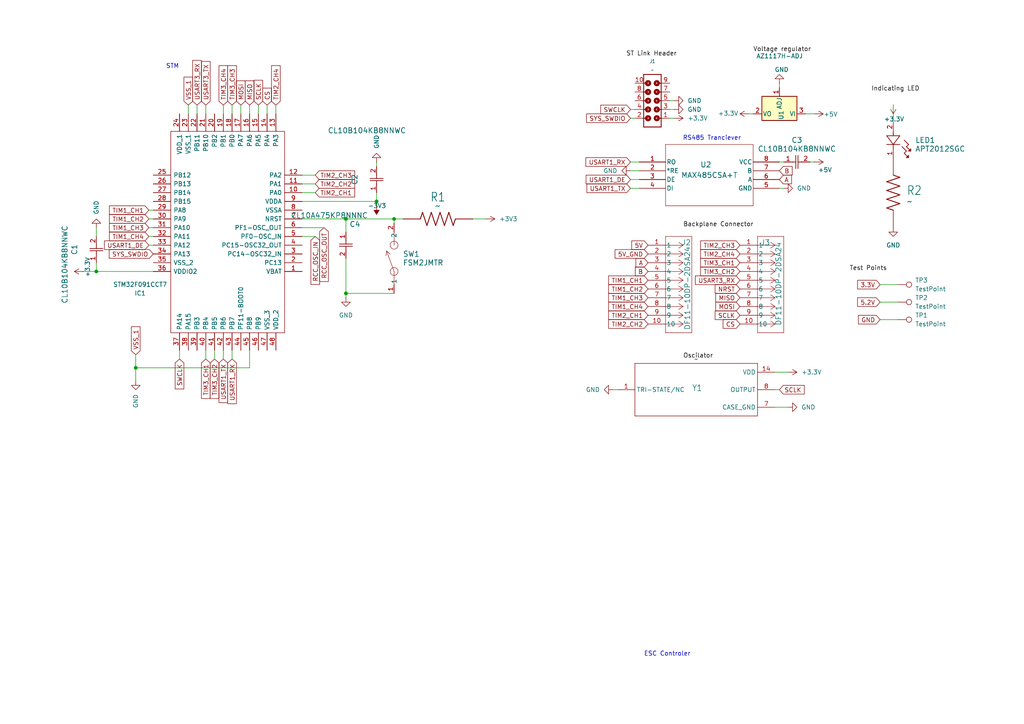
<source format=kicad_sch>
(kicad_sch (version 20231120) (generator "eeschema") (generator_version "8.0")
  (paper "A4")
  (lib_symbols
    (symbol "2024-10-12_13-00-01:DF11-10DP-2DSA24" (pin_names (offset 0.254))
      (property "Reference" "J" (at 8.89 6.35 0))
      (property "Value" "DF11-10DP-2DSA24" (at 0 0 0))
      (symbol "DF11-10DP-2DSA24_0_1"
        (polyline (pts (xy 5.08 -25.4) (xy 12.7 -25.4)) (stroke (width 0.127)))
        (polyline (pts (xy 5.08 2.54) (xy 5.08 -25.4)) (stroke (width 0.127)))
        (polyline (pts (xy 10.16 -22.86) (xy 5.08 -22.86)) (stroke (width 0.127)))
        (polyline (pts (xy 10.16 -22.86) (xy 8.89 -23.7067)) (stroke (width 0.127)))
        (polyline (pts (xy 10.16 -22.86) (xy 8.89 -22.0133)) (stroke (width 0.127)))
        (polyline (pts (xy 10.16 -20.32) (xy 5.08 -20.32)) (stroke (width 0.127)))
        (polyline (pts (xy 10.16 -20.32) (xy 8.89 -21.1667)) (stroke (width 0.127)))
        (polyline (pts (xy 10.16 -20.32) (xy 8.89 -19.4733)) (stroke (width 0.127)))
        (polyline (pts (xy 10.16 -17.78) (xy 5.08 -17.78)) (stroke (width 0.127)))
        (polyline (pts (xy 10.16 -17.78) (xy 8.89 -18.6267)) (stroke (width 0.127)))
        (polyline (pts (xy 10.16 -17.78) (xy 8.89 -16.9333)) (stroke (width 0.127)))
        (polyline (pts (xy 10.16 -15.24) (xy 5.08 -15.24)) (stroke (width 0.127)))
        (polyline (pts (xy 10.16 -15.24) (xy 8.89 -16.0867)) (stroke (width 0.127)))
        (polyline (pts (xy 10.16 -15.24) (xy 8.89 -14.3933)) (stroke (width 0.127)))
        (polyline (pts (xy 10.16 -12.7) (xy 5.08 -12.7)) (stroke (width 0.127)))
        (polyline (pts (xy 10.16 -12.7) (xy 8.89 -13.5467)) (stroke (width 0.127)))
        (polyline (pts (xy 10.16 -12.7) (xy 8.89 -11.8533)) (stroke (width 0.127)))
        (polyline (pts (xy 10.16 -10.16) (xy 5.08 -10.16)) (stroke (width 0.127)))
        (polyline (pts (xy 10.16 -10.16) (xy 8.89 -11.0067)) (stroke (width 0.127)))
        (polyline (pts (xy 10.16 -10.16) (xy 8.89 -9.3133)) (stroke (width 0.127)))
        (polyline (pts (xy 10.16 -7.62) (xy 5.08 -7.62)) (stroke (width 0.127)))
        (polyline (pts (xy 10.16 -7.62) (xy 8.89 -8.4667)) (stroke (width 0.127)))
        (polyline (pts (xy 10.16 -7.62) (xy 8.89 -6.7733)) (stroke (width 0.127)))
        (polyline (pts (xy 10.16 -5.08) (xy 5.08 -5.08)) (stroke (width 0.127)))
        (polyline (pts (xy 10.16 -5.08) (xy 8.89 -5.9267)) (stroke (width 0.127)))
        (polyline (pts (xy 10.16 -5.08) (xy 8.89 -4.2333)) (stroke (width 0.127)))
        (polyline (pts (xy 10.16 -2.54) (xy 5.08 -2.54)) (stroke (width 0.127)))
        (polyline (pts (xy 10.16 -2.54) (xy 8.89 -3.3867)) (stroke (width 0.127)))
        (polyline (pts (xy 10.16 -2.54) (xy 8.89 -1.6933)) (stroke (width 0.127)))
        (polyline (pts (xy 10.16 0) (xy 5.08 0)) (stroke (width 0.127)))
        (polyline (pts (xy 10.16 0) (xy 8.89 -0.8467)) (stroke (width 0.127)))
        (polyline (pts (xy 10.16 0) (xy 8.89 0.8467)) (stroke (width 0.127)))
        (polyline (pts (xy 12.7 -25.4) (xy 12.7 2.54)) (stroke (width 0.127)))
        (polyline (pts (xy 12.7 2.54) (xy 5.08 2.54)) (stroke (width 0.127)))
        (pin unspecified line (at 0 0 0) (length 5.08) (name "1") (number "1"))
        (pin unspecified line (at 0 -22.86 0) (length 5.08) (name "10") (number "10"))
        (pin unspecified line (at 0 -2.54 0) (length 5.08) (name "2") (number "2"))
        (pin unspecified line (at 0 -5.08 0) (length 5.08) (name "3") (number "3"))
        (pin unspecified line (at 0 -7.62 0) (length 5.08) (name "4") (number "4"))
        (pin unspecified line (at 0 -10.16 0) (length 5.08) (name "5") (number "5"))
        (pin unspecified line (at 0 -12.7 0) (length 5.08) (name "6") (number "6"))
        (pin unspecified line (at 0 -15.24 0) (length 5.08) (name "7") (number "7"))
        (pin unspecified line (at 0 -17.78 0) (length 5.08) (name "8") (number "8"))
        (pin unspecified line (at 0 -20.32 0) (length 5.08) (name "9") (number "9"))
      )
    )
    (symbol "2024-10-12_15-43-15:MAX485CSA+T" (pin_names (offset 0.254))
      (property "Reference" "U" (at 20.32 10.16 0))
      (property "Value" "MAX485CSA+T" (at 20.32 7.62 0))
      (symbol "MAX485CSA+T_0_1"
        (polyline (pts (xy 7.62 -12.7) (xy 33.02 -12.7)) (stroke (width 0.127)))
        (polyline (pts (xy 7.62 5.08) (xy 7.62 -12.7)) (stroke (width 0.127)))
        (polyline (pts (xy 33.02 -12.7) (xy 33.02 5.08)) (stroke (width 0.127)))
        (polyline (pts (xy 33.02 5.08) (xy 7.62 5.08)) (stroke (width 0.127)))
        (pin output line (at 0 0 0) (length 7.62) (name "RO") (number "1"))
        (pin output line (at 0 -2.54 0) (length 7.62) (name "*RE") (number "2"))
        (pin output line (at 0 -5.08 0) (length 7.62) (name "DE") (number "3"))
        (pin input line (at 0 -7.62 0) (length 7.62) (name "DI") (number "4"))
        (pin power_out line (at 40.64 -7.62 180) (length 7.62) (name "GND") (number "5"))
        (pin unspecified line (at 40.64 -5.08 180) (length 7.62) (name "A") (number "6"))
        (pin unspecified line (at 40.64 -2.54 180) (length 7.62) (name "B") (number "7"))
        (pin power_in line (at 40.64 0 180) (length 7.62) (name "VCC") (number "8"))
      )
    )
    (symbol "2024-10-16_23-50-01:CL10B104KB8NNWC" (pin_names (offset 0.254))
      (property "Reference" "C" (at 3.81 3.81 0))
      (property "Value" "CL10B104KB8NNWC" (at 3.81 -3.81 0))
      (symbol "CL10B104KB8NNWC_1_1"
        (polyline (pts (xy 2.54 0) (xy 3.4798 0)) (stroke (width 0.2032)))
        (polyline (pts (xy 3.4798 -1.905) (xy 3.4798 1.905)) (stroke (width 0.2032)))
        (polyline (pts (xy 4.1148 -1.905) (xy 4.1148 1.905)) (stroke (width 0.2032)))
        (polyline (pts (xy 4.1148 0) (xy 5.08 0)) (stroke (width 0.2032)))
        (pin unspecified line (at 0 0 0) (length 2.54) (name "") (number "1"))
        (pin unspecified line (at 7.62 0 180) (length 2.54) (name "") (number "2"))
      )
      (symbol "CL10B104KB8NNWC_1_2"
        (polyline (pts (xy -1.905 -4.1148) (xy 1.905 -4.1148)) (stroke (width 0.2032)))
        (polyline (pts (xy -1.905 -3.4798) (xy 1.905 -3.4798)) (stroke (width 0.2032)))
        (polyline (pts (xy 0 -4.1148) (xy 0 -5.08)) (stroke (width 0.2032)))
        (polyline (pts (xy 0 -2.54) (xy 0 -3.4798)) (stroke (width 0.2032)))
        (pin unspecified line (at 0 0 270) (length 2.54) (name "") (number "1"))
        (pin unspecified line (at 0 -7.62 90) (length 2.54) (name "") (number "2"))
      )
    )
    (symbol "2024-10-19_19-01-08:APT2012SGC" (pin_names (offset 0.254))
      (property "Reference" "LED" (at 5.08 -4.445 0))
      (property "Value" "APT2012SGC" (at 5.08 -7.62 0))
      (symbol "APT2012SGC_1_1"
        (polyline (pts (xy 2.54 0) (xy 3.4798 0)) (stroke (width 0.2032)))
        (polyline (pts (xy 3.175 0) (xy 3.81 0)) (stroke (width 0.2032)))
        (polyline (pts (xy 3.81 -1.905) (xy 6.35 0)) (stroke (width 0.2032)))
        (polyline (pts (xy 3.81 1.905) (xy 3.81 -1.905)) (stroke (width 0.2032)))
        (polyline (pts (xy 5.08 3.175) (xy 6.35 4.445)) (stroke (width 0.2032)))
        (polyline (pts (xy 6.35 -1.905) (xy 6.35 1.905)) (stroke (width 0.2032)))
        (polyline (pts (xy 6.35 0) (xy 3.81 1.905)) (stroke (width 0.2032)))
        (polyline (pts (xy 6.35 0) (xy 7.62 0)) (stroke (width 0.2032)))
        (polyline (pts (xy 6.35 4.445) (xy 6.985 3.81)) (stroke (width 0.2032)))
        (polyline (pts (xy 6.985 2.54) (xy 8.255 3.81)) (stroke (width 0.2032)))
        (polyline (pts (xy 6.985 3.81) (xy 8.255 5.08)) (stroke (width 0.2032)))
        (polyline (pts (xy 7.62 5.08) (xy 8.255 4.445)) (stroke (width 0.2032)))
        (polyline (pts (xy 8.255 3.81) (xy 8.89 3.175)) (stroke (width 0.2032)))
        (polyline (pts (xy 8.255 4.445) (xy 8.255 5.08)) (stroke (width 0.2032)))
        (polyline (pts (xy 8.255 5.08) (xy 7.62 5.08)) (stroke (width 0.2032)))
        (polyline (pts (xy 8.89 3.175) (xy 10.16 4.445)) (stroke (width 0.2032)))
        (polyline (pts (xy 9.525 4.445) (xy 10.16 3.81)) (stroke (width 0.2032)))
        (polyline (pts (xy 10.16 3.81) (xy 10.16 4.445)) (stroke (width 0.2032)))
        (polyline (pts (xy 10.16 4.445) (xy 9.525 4.445)) (stroke (width 0.2032)))
        (pin unspecified line (at 10.16 0 180) (length 2.54) (name "") (number "1"))
        (pin unspecified line (at 0 0 0) (length 2.54) (name "") (number "2"))
      )
      (symbol "APT2012SGC_1_2"
        (polyline (pts (xy -5.08 7.62) (xy -4.445 8.255)) (stroke (width 0.2032)))
        (polyline (pts (xy -5.08 8.255) (xy -5.08 7.62)) (stroke (width 0.2032)))
        (polyline (pts (xy -4.445 6.35) (xy -3.81 6.985)) (stroke (width 0.2032)))
        (polyline (pts (xy -4.445 8.255) (xy -5.08 8.255)) (stroke (width 0.2032)))
        (polyline (pts (xy -4.445 9.525) (xy -3.81 10.16)) (stroke (width 0.2032)))
        (polyline (pts (xy -4.445 10.16) (xy -4.445 9.525)) (stroke (width 0.2032)))
        (polyline (pts (xy -3.81 6.985) (xy -5.08 8.255)) (stroke (width 0.2032)))
        (polyline (pts (xy -3.81 8.255) (xy -3.175 8.89)) (stroke (width 0.2032)))
        (polyline (pts (xy -3.81 10.16) (xy -4.445 10.16)) (stroke (width 0.2032)))
        (polyline (pts (xy -3.175 5.08) (xy -4.445 6.35)) (stroke (width 0.2032)))
        (polyline (pts (xy -3.175 8.89) (xy -4.445 10.16)) (stroke (width 0.2032)))
        (polyline (pts (xy -2.54 6.985) (xy -3.81 8.255)) (stroke (width 0.2032)))
        (polyline (pts (xy -1.905 3.81) (xy 1.905 3.81)) (stroke (width 0.2032)))
        (polyline (pts (xy 0 2.54) (xy 0 3.4798)) (stroke (width 0.2032)))
        (polyline (pts (xy 0 3.175) (xy 0 3.81)) (stroke (width 0.2032)))
        (polyline (pts (xy 0 6.35) (xy -1.905 3.81)) (stroke (width 0.2032)))
        (polyline (pts (xy 0 6.35) (xy 0 7.62)) (stroke (width 0.2032)))
        (polyline (pts (xy 1.905 3.81) (xy 0 6.35)) (stroke (width 0.2032)))
        (polyline (pts (xy 1.905 6.35) (xy -1.905 6.35)) (stroke (width 0.2032)))
        (pin unspecified line (at 0 10.16 270) (length 2.54) (name "") (number "1"))
        (pin unspecified line (at 0 0 90) (length 2.54) (name "") (number "2"))
      )
    )
    (symbol "2024-10-19_19-07-35:FSM2JMTR" (pin_names (offset 0.254))
      (property "Reference" "SW" (at 10.16 5.08 0))
      (property "Value" "FSM2JMTR" (at 0 0 0))
      (symbol "FSM2JMTR_0_1"
        (polyline (pts (xy 2.54 0) (xy 6.35 0)) (stroke (width 0.127)))
        (polyline (pts (xy 6.35 0) (xy 12.3165 2.1717)) (stroke (width 0.127)))
        (polyline (pts (xy 10.9068 2.3343) (xy 12.3165 2.1717)) (stroke (width 0.127)))
        (polyline (pts (xy 11.3411 1.1405) (xy 12.3165 2.1717)) (stroke (width 0.127)))
        (polyline (pts (xy 17.78 0) (xy 13.97 0)) (stroke (width 0.127)))
        (circle (center 6.35 0) (radius 1.143) (stroke (width 0.127)))
        (circle (center 13.97 0) (radius 1.143) (stroke (width 0.127)))
        (pin unspecified line (at 0 0 0) (length 2.54) (name "1") (number "1"))
        (pin unspecified line (at 20.32 0 180) (length 2.54) (name "2") (number "2"))
      )
    )
    (symbol "2024-10-19_19-16-32:CL10A475KP8NNNC" (pin_names (offset 0.254))
      (property "Reference" "C" (at 3.81 3.81 0))
      (property "Value" "CL10A475KP8NNNC" (at 3.81 -3.81 0))
      (symbol "CL10A475KP8NNNC_1_1"
        (polyline (pts (xy 2.54 0) (xy 3.4798 0)) (stroke (width 0.2032)))
        (polyline (pts (xy 3.4798 -1.905) (xy 3.4798 1.905)) (stroke (width 0.2032)))
        (polyline (pts (xy 4.1148 -1.905) (xy 4.1148 1.905)) (stroke (width 0.2032)))
        (polyline (pts (xy 4.1148 0) (xy 5.08 0)) (stroke (width 0.2032)))
        (pin unspecified line (at 0 0 0) (length 2.54) (name "") (number "1"))
        (pin unspecified line (at 7.62 0 180) (length 2.54) (name "") (number "2"))
      )
      (symbol "CL10A475KP8NNNC_1_2"
        (polyline (pts (xy -1.905 -4.1148) (xy 1.905 -4.1148)) (stroke (width 0.2032)))
        (polyline (pts (xy -1.905 -3.4798) (xy 1.905 -3.4798)) (stroke (width 0.2032)))
        (polyline (pts (xy 0 -4.1148) (xy 0 -5.08)) (stroke (width 0.2032)))
        (polyline (pts (xy 0 -2.54) (xy 0 -3.4798)) (stroke (width 0.2032)))
        (pin unspecified line (at 0 0 270) (length 2.54) (name "") (number "1"))
        (pin unspecified line (at 0 -7.62 90) (length 2.54) (name "") (number "2"))
      )
    )
    (symbol "ACO-8.000MHZ-EK:ACO-8.000MHZ-EK"
      (property "Reference" "Y" (at -17.78 10.16 0))
      (symbol "ACO-8.000MHZ-EK_1_0"
        (polyline (pts (xy -17.78 -7.62) (xy -17.78 7.62)) (stroke (width 0.1524)))
        (polyline (pts (xy -17.78 7.62) (xy 17.78 7.62)) (stroke (width 0.1524)))
        (polyline (pts (xy 17.78 -7.62) (xy -17.78 -7.62)) (stroke (width 0.1524)))
        (polyline (pts (xy 17.78 7.62) (xy 17.78 -7.62)) (stroke (width 0.1524)))
        (pin passive line (at -22.86 0 0) (length 5.08) (name "TRI-STATE/NC") (number "1"))
        (pin power_in line (at 22.86 5.08 180) (length 5.08) (name "VDD") (number "14"))
        (pin power_in line (at 22.86 -5.08 180) (length 5.08) (name "CASE_GND") (number "7"))
        (pin output line (at 22.86 0 180) (length 5.08) (name "OUTPUT") (number "8"))
      )
    )
    (symbol "CRGCQ0603J150R:CRGCQ0603J150R"
      (property "Reference" "R" (at -7.6244 2.5414 0))
      (symbol "CRGCQ0603J150R_1_0"
        (polyline (pts (xy -5.08 0) (xy -4.445 1.905)) (stroke (width 0.254)))
        (polyline (pts (xy -4.445 1.905) (xy -3.175 -1.905)) (stroke (width 0.254)))
        (polyline (pts (xy -3.175 -1.905) (xy -1.905 1.905)) (stroke (width 0.254)))
        (polyline (pts (xy -1.905 1.905) (xy -0.635 -1.905)) (stroke (width 0.254)))
        (polyline (pts (xy -0.635 -1.905) (xy 0.635 1.905)) (stroke (width 0.254)))
        (polyline (pts (xy 0.635 1.905) (xy 1.905 -1.905)) (stroke (width 0.254)))
        (polyline (pts (xy 1.905 -1.905) (xy 3.175 1.905)) (stroke (width 0.254)))
        (polyline (pts (xy 3.175 1.905) (xy 4.445 -1.905)) (stroke (width 0.254)))
        (polyline (pts (xy 4.445 -1.905) (xy 5.08 0)) (stroke (width 0.254)))
        (pin passive line (at -10.16 0 0) (length 5.08) (name "1") (number "1"))
        (pin passive line (at 10.16 0 180) (length 5.08) (name "2") (number "2"))
      )
    )
    (symbol "Connector:TestPoint" (pin_numbers hide) (pin_names (offset 0.762) hide)
      (property "Reference" "TP" (at 0 6.858 0))
      (property "Value" "TestPoint" (at 0 5.08 0))
      (symbol "TestPoint_0_1"
        (circle (center 0 3.302) (radius 0.762))
      )
      (symbol "TestPoint_1_1"
        (pin passive line (at 0 0 90) (length 2.54) (name "1") (number "1"))
      )
    )
    (symbol "Eagle_WR-BHD_rev22c:6120XX21621_61201021621"
      (property "Reference" "J" (at -8.8 0.35 0))
      (symbol "6120XX21621_61201021621_1_0"
        (circle (center -5.08 -1.27) (radius 0.254) (stroke (width 0.635)))
        (circle (center -5.08 1.27) (radius 0.254) (stroke (width 0.635)))
        (circle (center -2.54 -1.27) (radius 0.254) (stroke (width 0.635)))
        (circle (center -2.54 1.27) (radius 0.254) (stroke (width 0.635)))
        (circle (center 0 -1.27) (radius 0.254) (stroke (width 0.635)))
        (polyline (pts (xy -7.62 -2.54) (xy -5.08 -2.54)) (stroke (width 0.254)))
        (polyline (pts (xy -7.62 2.54) (xy -7.62 -2.54)) (stroke (width 0.254)))
        (polyline (pts (xy -5.08 -2.54) (xy 7.62 -2.54)) (stroke (width 0.254)))
        (polyline (pts (xy -5.08 -1.27) (xy -5.08 -2.54)) (stroke (width 0.254)))
        (polyline (pts (xy -5.08 1.27) (xy -5.08 2.54)) (stroke (width 0.254)))
        (polyline (pts (xy -5.08 2.54) (xy -7.62 2.54)) (stroke (width 0.254)))
        (polyline (pts (xy -2.54 -1.27) (xy -2.54 -2.54)) (stroke (width 0.254)))
        (polyline (pts (xy -2.54 1.27) (xy -2.54 2.54)) (stroke (width 0.254)))
        (polyline (pts (xy 0 -1.27) (xy 0 -2.54)) (stroke (width 0.254)))
        (polyline (pts (xy 0 1.27) (xy 0 2.54)) (stroke (width 0.254)))
        (polyline (pts (xy 2.54 -1.27) (xy 2.54 -2.54)) (stroke (width 0.254)))
        (polyline (pts (xy 2.54 1.27) (xy 2.54 2.54)) (stroke (width 0.254)))
        (polyline (pts (xy 5.08 -1.27) (xy 5.08 -2.54)) (stroke (width 0.254)))
        (polyline (pts (xy 5.08 1.27) (xy 5.08 2.54)) (stroke (width 0.254)))
        (polyline (pts (xy 7.62 -2.54) (xy 7.62 2.54)) (stroke (width 0.254)))
        (polyline (pts (xy 7.62 2.54) (xy -5.08 2.54)) (stroke (width 0.254)))
        (circle (center 0 1.27) (radius 0.254) (stroke (width 0.635)))
        (circle (center 2.54 -1.27) (radius 0.254) (stroke (width 0.635)))
        (circle (center 2.54 1.27) (radius 0.254) (stroke (width 0.635)))
        (circle (center 5.08 -1.27) (radius 0.254) (stroke (width 0.635)))
        (circle (center 5.08 1.27) (radius 0.254) (stroke (width 0.635)))
        (pin passive line (at -5.08 -5.08 90) (length 2.54) (name "1") (number "1"))
        (pin passive line (at 5.08 5.08 270) (length 2.54) (name "10") (number "10"))
        (pin passive line (at -5.08 5.08 270) (length 2.54) (name "2") (number "2"))
        (pin passive line (at -2.54 -5.08 90) (length 2.54) (name "3") (number "3"))
        (pin passive line (at -2.54 5.08 270) (length 2.54) (name "4") (number "4"))
        (pin passive line (at 0 -5.08 90) (length 2.54) (name "5") (number "5"))
        (pin passive line (at 0 5.08 270) (length 2.54) (name "6") (number "6"))
        (pin passive line (at 2.54 -5.08 90) (length 2.54) (name "7") (number "7"))
        (pin passive line (at 2.54 5.08 270) (length 2.54) (name "8") (number "8"))
        (pin passive line (at 5.08 -5.08 90) (length 2.54) (name "9") (number "9"))
      )
    )
    (symbol "Regulator_Linear:AZ1117H-ADJ" (pin_names (offset 0.254))
      (property "Reference" "U" (at -3.81 3.175 0))
      (property "Value" "AZ1117H-ADJ" (at 0 3.175 0))
      (symbol "AZ1117H-ADJ_0_1"
        (rectangle (start -5.08 1.905) (end 5.08 -5.08) (stroke (width 0.254)) (fill (type background)))
      )
      (symbol "AZ1117H-ADJ_1_1"
        (pin input line (at 0 -7.62 90) (length 2.54) (name "ADJ") (number "1"))
        (pin power_out line (at 7.62 0 180) (length 2.54) (name "VO") (number "2"))
        (pin power_in line (at -7.62 0 0) (length 2.54) (name "VI") (number "3"))
      )
    )
    (symbol "STM32F091CCT7:STM32F091CCT7" (pin_names (offset 0.762))
      (property "Reference" "IC" (at 39.37 22.86 0))
      (property "Value" "STM32F091CCT7" (at 39.37 20.32 0))
      (symbol "STM32F091CCT7_0_0"
        (pin passive line (at 0 0 0) (length 5.08) (name "VBAT") (number "1"))
        (pin passive line (at 0 -22.86 0) (length 5.08) (name "PA0") (number "10"))
        (pin passive line (at 0 -25.4 0) (length 5.08) (name "PA1") (number "11"))
        (pin passive line (at 0 -27.94 0) (length 5.08) (name "PA2") (number "12"))
        (pin passive line (at 7.62 -45.72 90) (length 5.08) (name "PA3") (number "13"))
        (pin passive line (at 10.16 -45.72 90) (length 5.08) (name "PA4") (number "14"))
        (pin passive line (at 12.7 -45.72 90) (length 5.08) (name "PA5") (number "15"))
        (pin passive line (at 15.24 -45.72 90) (length 5.08) (name "PA6") (number "16"))
        (pin passive line (at 17.78 -45.72 90) (length 5.08) (name "PA7") (number "17"))
        (pin passive line (at 20.32 -45.72 90) (length 5.08) (name "PB0") (number "18"))
        (pin passive line (at 22.86 -45.72 90) (length 5.08) (name "PB1") (number "19"))
        (pin passive line (at 0 -2.54 0) (length 5.08) (name "PC13") (number "2"))
        (pin passive line (at 25.4 -45.72 90) (length 5.08) (name "PB2") (number "20"))
        (pin passive line (at 27.94 -45.72 90) (length 5.08) (name "PB10") (number "21"))
        (pin passive line (at 30.48 -45.72 90) (length 5.08) (name "PB11") (number "22"))
        (pin passive line (at 33.02 -45.72 90) (length 5.08) (name "VSS_1") (number "23"))
        (pin passive line (at 35.56 -45.72 90) (length 5.08) (name "VDD_1") (number "24"))
        (pin passive line (at 43.18 -27.94 180) (length 5.08) (name "PB12") (number "25"))
        (pin passive line (at 43.18 -25.4 180) (length 5.08) (name "PB13") (number "26"))
        (pin passive line (at 43.18 -22.86 180) (length 5.08) (name "PB14") (number "27"))
        (pin passive line (at 43.18 -20.32 180) (length 5.08) (name "PB15") (number "28"))
        (pin passive line (at 43.18 -17.78 180) (length 5.08) (name "PA8") (number "29"))
        (pin passive line (at 0 -5.08 0) (length 5.08) (name "PC14-OSC32_IN") (number "3"))
        (pin passive line (at 43.18 -15.24 180) (length 5.08) (name "PA9") (number "30"))
        (pin passive line (at 43.18 -12.7 180) (length 5.08) (name "PA10") (number "31"))
        (pin passive line (at 43.18 -10.16 180) (length 5.08) (name "PA11") (number "32"))
        (pin passive line (at 43.18 -7.62 180) (length 5.08) (name "PA12") (number "33"))
        (pin passive line (at 43.18 -5.08 180) (length 5.08) (name "PA13") (number "34"))
        (pin passive line (at 43.18 -2.54 180) (length 5.08) (name "VSS_2") (number "35"))
        (pin passive line (at 43.18 0 180) (length 5.08) (name "VDDIO2") (number "36"))
        (pin passive line (at 35.56 22.86 270) (length 5.08) (name "PA14") (number "37"))
        (pin passive line (at 33.02 22.86 270) (length 5.08) (name "PA15") (number "38"))
        (pin passive line (at 30.48 22.86 270) (length 5.08) (name "PB3") (number "39"))
        (pin passive line (at 0 -7.62 0) (length 5.08) (name "PC15-OSC32_OUT") (number "4"))
        (pin passive line (at 27.94 22.86 270) (length 5.08) (name "PB4") (number "40"))
        (pin passive line (at 25.4 22.86 270) (length 5.08) (name "PB5") (number "41"))
        (pin passive line (at 22.86 22.86 270) (length 5.08) (name "PB6") (number "42"))
        (pin passive line (at 20.32 22.86 270) (length 5.08) (name "PB7") (number "43"))
        (pin passive line (at 17.78 22.86 270) (length 5.08) (name "PF11-BOOT0") (number "44"))
        (pin passive line (at 15.24 22.86 270) (length 5.08) (name "PB8") (number "45"))
        (pin passive line (at 12.7 22.86 270) (length 5.08) (name "PB9") (number "46"))
        (pin passive line (at 10.16 22.86 270) (length 5.08) (name "VSS_3") (number "47"))
        (pin passive line (at 7.62 22.86 270) (length 5.08) (name "VDD_2") (number "48"))
        (pin passive line (at 0 -10.16 0) (length 5.08) (name "PF0-OSC_IN") (number "5"))
        (pin passive line (at 0 -12.7 0) (length 5.08) (name "PF1-OSC_OUT") (number "6"))
        (pin passive line (at 0 -15.24 0) (length 5.08) (name "NRST") (number "7"))
        (pin passive line (at 0 -17.78 0) (length 5.08) (name "VSSA") (number "8"))
        (pin passive line (at 0 -20.32 0) (length 5.08) (name "VDDA") (number "9"))
      )
      (symbol "STM32F091CCT7_0_1"
        (polyline (pts (xy 5.08 17.78) (xy 38.1 17.78) (xy 38.1 -40.64) (xy 5.08 -40.64) (xy 5.08 17.78)) (stroke (width 0.1524)))
      )
    )
    (symbol "power:+3.3V" (power) (pin_numbers hide) (pin_names (offset 0) hide)
      (property "Value" "+3.3V" (at 0 3.556 0))
      (symbol "+3.3V_0_1"
        (polyline (pts (xy -0.762 1.27) (xy 0 2.54)))
        (polyline (pts (xy 0 0) (xy 0 2.54)))
        (polyline (pts (xy 0 2.54) (xy 0.762 1.27)))
      )
      (symbol "+3.3V_1_1"
        (pin power_in line (at 0 0 90) (length 0) (name "~") (number "1"))
      )
    )
    (symbol "power:+3V3" (power) (pin_numbers hide) (pin_names (offset 0) hide)
      (property "Value" "+3V3" (at 0 3.556 0))
      (symbol "+3V3_0_1"
        (polyline (pts (xy -0.762 1.27) (xy 0 2.54)))
        (polyline (pts (xy 0 0) (xy 0 2.54)))
        (polyline (pts (xy 0 2.54) (xy 0.762 1.27)))
      )
      (symbol "+3V3_1_1"
        (pin power_in line (at 0 0 90) (length 0) (name "~") (number "1"))
      )
    )
    (symbol "power:+5V" (power) (pin_numbers hide) (pin_names (offset 0) hide)
      (property "Value" "+5V" (at 0 3.556 0))
      (symbol "+5V_0_1"
        (polyline (pts (xy -0.762 1.27) (xy 0 2.54)))
        (polyline (pts (xy 0 0) (xy 0 2.54)))
        (polyline (pts (xy 0 2.54) (xy 0.762 1.27)))
      )
      (symbol "+5V_1_1"
        (pin power_in line (at 0 0 90) (length 0) (name "~") (number "1"))
      )
    )
    (symbol "power:-3V3" (power) (pin_numbers hide) (pin_names (offset 0) hide)
      (property "Value" "-3V3" (at 0 3.556 0))
      (symbol "-3V3_0_0"
        (pin power_in line (at 0 0 90) (length 0) (name "~") (number "1"))
      )
      (symbol "-3V3_0_1"
        (polyline (pts (xy 0 0) (xy 0 1.27) (xy 0.762 1.27) (xy 0 2.54) (xy -0.762 1.27) (xy 0 1.27)) (fill (type outline)))
      )
    )
    (symbol "power:GND" (power) (pin_numbers hide) (pin_names (offset 0) hide)
      (property "Value" "GND" (at 0 -3.81 0))
      (symbol "GND_0_1"
        (polyline (pts (xy 0 0) (xy 0 -1.27) (xy 1.27 -1.27) (xy 0 -2.54) (xy -1.27 -1.27) (xy 0 -1.27)))
      )
      (symbol "GND_1_1"
        (pin power_in line (at 0 0 270) (length 0) (name "~") (number "1"))
      )
    )
  )
  (junction (at 114.3 63.5))
  (junction (at 39.37 106.68))
  (junction (at 100.33 85.09))
  (junction (at 109.22 58.42))
  (junction (at 27.94 78.74))
  (junction (at 100.33 63.5))
  (wire (pts (xy 226.06 25.4) (xy 226.06 24.13)))
  (wire (pts (xy 87.63 55.88) (xy 91.44 55.88)))
  (wire (pts (xy 182.88 52.07) (xy 185.42 52.07)))
  (wire (pts (xy 80.01 33.02) (xy 80.01 30.48)))
  (wire (pts (xy 43.18 63.5) (xy 44.45 63.5)))
  (wire (pts (xy 233.68 33.02) (xy 236.22 33.02)))
  (wire (pts (xy 59.69 104.14) (xy 59.69 101.6)))
  (wire (pts (xy 64.77 101.6) (xy 64.77 104.14)))
  (wire (pts (xy 100.33 85.09) (xy 100.33 86.36)))
  (wire (pts (xy 182.88 49.53) (xy 185.42 49.53)))
  (wire (pts (xy 194.31 29.21) (xy 195.58 29.21)))
  (wire (pts (xy 182.88 46.99) (xy 185.42 46.99)))
  (wire (pts (xy 182.88 54.61) (xy 185.42 54.61)))
  (wire (pts (xy 24.13 78.74) (xy 27.94 78.74)))
  (wire (pts (xy 43.18 68.58) (xy 44.45 68.58)))
  (wire (pts (xy 109.22 58.42) (xy 109.22 55.88)))
  (wire (pts (xy 64.77 33.02) (xy 64.77 30.48)))
  (wire (pts (xy 27.94 78.74) (xy 44.45 78.74)))
  (wire (pts (xy 39.37 106.68) (xy 72.39 106.68)))
  (wire (pts (xy 194.31 34.29) (xy 195.58 34.29)))
  (wire (pts (xy 72.39 106.68) (xy 72.39 101.6)))
  (wire (pts (xy 87.63 63.5) (xy 100.33 63.5)))
  (wire (pts (xy 224.79 118.11) (xy 228.6 118.11)))
  (wire (pts (xy 109.22 59.69) (xy 109.22 58.42)))
  (wire (pts (xy 87.63 53.34) (xy 91.44 53.34)))
  (wire (pts (xy 62.23 104.14) (xy 62.23 101.6)))
  (wire (pts (xy 77.47 33.02) (xy 77.47 30.48)))
  (wire (pts (xy 59.69 30.48) (xy 59.69 33.02)))
  (wire (pts (xy 69.85 33.02) (xy 69.85 30.48)))
  (wire (pts (xy 39.37 110.49) (xy 39.37 106.68)))
  (wire (pts (xy 43.18 60.96) (xy 44.45 60.96)))
  (wire (pts (xy 137.16 63.5) (xy 140.97 63.5)))
  (wire (pts (xy 114.3 63.5) (xy 114.3 64.77)))
  (wire (pts (xy 43.18 66.04) (xy 44.45 66.04)))
  (wire (pts (xy 74.93 33.02) (xy 74.93 30.48)))
  (wire (pts (xy 194.31 31.75) (xy 195.58 31.75)))
  (wire (pts (xy 67.31 33.02) (xy 67.31 30.48)))
  (wire (pts (xy 226.06 46.99) (xy 227.33 46.99)))
  (wire (pts (xy 100.33 67.31) (xy 100.33 63.5)))
  (wire (pts (xy 109.22 48.26) (xy 109.22 46.99)))
  (wire (pts (xy 182.88 34.29) (xy 184.15 34.29)))
  (wire (pts (xy 27.94 68.58) (xy 27.94 66.04)))
  (wire (pts (xy 259.08 30.48) (xy 259.08 35.56)))
  (wire (pts (xy 226.06 113.03) (xy 224.79 113.03)))
  (wire (pts (xy 182.88 31.75) (xy 184.15 31.75)))
  (wire (pts (xy 217.17 33.02) (xy 218.44 33.02)))
  (wire (pts (xy 177.8 113.03) (xy 179.07 113.03)))
  (wire (pts (xy 100.33 63.5) (xy 114.3 63.5)))
  (wire (pts (xy 224.79 107.95) (xy 228.6 107.95)))
  (wire (pts (xy 57.15 30.48) (xy 57.15 33.02)))
  (wire (pts (xy 226.06 54.61) (xy 227.33 54.61)))
  (wire (pts (xy 72.39 33.02) (xy 72.39 30.48)))
  (wire (pts (xy 87.63 58.42) (xy 109.22 58.42)))
  (wire (pts (xy 91.44 68.58) (xy 87.63 68.58)))
  (wire (pts (xy 52.07 104.14) (xy 52.07 101.6)))
  (wire (pts (xy 234.95 46.99) (xy 236.22 46.99)))
  (wire (pts (xy 39.37 106.68) (xy 39.37 102.87)))
  (wire (pts (xy 87.63 66.04) (xy 93.98 66.04)))
  (wire (pts (xy 114.3 85.09) (xy 100.33 85.09)))
  (wire (pts (xy 54.61 33.02) (xy 54.61 30.48)))
  (wire (pts (xy 114.3 63.5) (xy 116.84 63.5)))
  (wire (pts (xy 100.33 74.93) (xy 100.33 85.09)))
  (wire (pts (xy 255.27 82.55) (xy 260.35 82.55)))
  (wire (pts (xy 87.63 50.8) (xy 91.44 50.8)))
  (wire (pts (xy 255.27 92.71) (xy 260.35 92.71)))
  (wire (pts (xy 27.94 78.74) (xy 27.94 76.2)))
  (wire (pts (xy 255.27 87.63) (xy 260.35 87.63)))
  (wire (pts (xy 43.18 71.12) (xy 44.45 71.12)))
  (wire (pts (xy 67.31 101.6) (xy 67.31 104.14)))
  (text "ESC Controler" (at 193.548 189.738 0) (effects (font (size 1.27 1.27))))
  (text "STM" (at 50.038 19.304 0) (effects (font (size 1.27 1.27))))
  (text "RS485 Tranciever\n" (at 206.502 40.132 0) (effects (font (size 1.27 1.27))))
  (label "Test Points" (at 246.38 78.74 0))
  (label "ST Link Header" (at 181.61 16.51 0))
  (label "Backplane Connector" (at 198.12 66.04 0))
  (label "Indicating LED" (at 252.73 26.67 0))
  (label "Oscilator" (at 198.12 104.14 0))
  (label "Voltage regulator" (at 218.44 15.24 0))
  (global_label "USART3_TX" (shape input) (at 59.69 30.48 90) (property "Intersheetrefs" "${INTERSHEET_REFS}" (effects (hide yes))))
  (global_label "TIM1_CH3" (shape input) (at 43.18 66.04 180) (property "Intersheetrefs" "${INTERSHEET_REFS}" (effects (hide yes))))
  (global_label "A" (shape input) (at 226.06 52.07 0) (property "Intersheetrefs" "${INTERSHEET_REFS}" (effects (hide yes))))
  (global_label "CS" (shape input) (at 77.47 30.48 90) (property "Intersheetrefs" "${INTERSHEET_REFS}" (effects (hide yes))))
  (global_label "MOSI" (shape input) (at 69.85 30.48 90) (property "Intersheetrefs" "${INTERSHEET_REFS}" (effects (hide yes))))
  (global_label "USART3_RX" (shape input) (at 214.63 81.28 180) (property "Intersheetrefs" "${INTERSHEET_REFS}" (effects (hide yes))))
  (global_label "TIM1_CH3" (shape input) (at 187.96 86.36 180) (property "Intersheetrefs" "${INTERSHEET_REFS}" (effects (hide yes))))
  (global_label "5V_GND" (shape input) (at 187.96 73.66 180) (property "Intersheetrefs" "${INTERSHEET_REFS}" (effects (hide yes))))
  (global_label "TIM2_CH1" (shape input) (at 187.96 91.44 180) (property "Intersheetrefs" "${INTERSHEET_REFS}" (effects (hide yes))))
  (global_label "TIM1_CH1" (shape input) (at 187.96 81.28 180) (property "Intersheetrefs" "${INTERSHEET_REFS}" (effects (hide yes))))
  (global_label "TIM2_CH1" (shape input) (at 91.44 55.88 0) (property "Intersheetrefs" "${INTERSHEET_REFS}" (effects (hide yes))))
  (global_label "USART1_TX" (shape input) (at 64.77 104.14 270) (property "Intersheetrefs" "${INTERSHEET_REFS}" (effects (hide yes))))
  (global_label "MISO" (shape input) (at 214.63 86.36 180) (property "Intersheetrefs" "${INTERSHEET_REFS}" (effects (hide yes))))
  (global_label "TIM2_CH3" (shape input) (at 91.44 50.8 0) (property "Intersheetrefs" "${INTERSHEET_REFS}" (effects (hide yes))))
  (global_label "VSS_1" (shape input) (at 54.61 30.48 90) (property "Intersheetrefs" "${INTERSHEET_REFS}" (effects (hide yes))))
  (global_label "TIM2_CH2" (shape input) (at 187.96 93.98 180) (property "Intersheetrefs" "${INTERSHEET_REFS}" (effects (hide yes))))
  (global_label "USART1_DE" (shape input) (at 182.88 52.07 180) (property "Intersheetrefs" "${INTERSHEET_REFS}" (effects (hide yes))))
  (global_label "TIM3_CH2" (shape input) (at 62.23 104.14 270) (property "Intersheetrefs" "${INTERSHEET_REFS}" (effects (hide yes))))
  (global_label "TIM1_CH1" (shape input) (at 43.18 60.96 180) (property "Intersheetrefs" "${INTERSHEET_REFS}" (effects (hide yes))))
  (global_label "TIM1_CH4" (shape input) (at 187.96 88.9 180) (property "Intersheetrefs" "${INTERSHEET_REFS}" (effects (hide yes))))
  (global_label "SCLK" (shape input) (at 226.06 113.03 0) (property "Intersheetrefs" "${INTERSHEET_REFS}" (effects (hide yes))))
  (global_label "TIM1_CH2" (shape input) (at 187.96 83.82 180) (property "Intersheetrefs" "${INTERSHEET_REFS}" (effects (hide yes))))
  (global_label "GND" (shape input) (at 255.27 92.71 180) (property "Intersheetrefs" "${INTERSHEET_REFS}" (effects (hide yes))))
  (global_label "SYS_SWDIO" (shape input) (at 182.88 34.29 180) (property "Intersheetrefs" "${INTERSHEET_REFS}" (effects (hide yes))))
  (global_label "SCLK" (shape input) (at 214.63 91.44 180) (property "Intersheetrefs" "${INTERSHEET_REFS}" (effects (hide yes))))
  (global_label "TIM3_CH1" (shape input) (at 214.63 76.2 180) (property "Intersheetrefs" "${INTERSHEET_REFS}" (effects (hide yes))))
  (global_label "3.3V" (shape input) (at 255.27 82.55 180) (property "Intersheetrefs" "${INTERSHEET_REFS}" (effects (hide yes))))
  (global_label "TIM3_CH4" (shape input) (at 64.77 30.48 90) (property "Intersheetrefs" "${INTERSHEET_REFS}" (effects (hide yes))))
  (global_label "SWCLK" (shape input) (at 52.07 104.14 270) (property "Intersheetrefs" "${INTERSHEET_REFS}" (effects (hide yes))))
  (global_label "USART1_DE" (shape input) (at 43.18 71.12 180) (property "Intersheetrefs" "${INTERSHEET_REFS}" (effects (hide yes))))
  (global_label "TIM3_CH2" (shape input) (at 214.63 78.74 180) (property "Intersheetrefs" "${INTERSHEET_REFS}" (effects (hide yes))))
  (global_label "RCC_OSC_IN" (shape input) (at 91.44 68.58 270) (property "Intersheetrefs" "${INTERSHEET_REFS}" (effects (hide yes))))
  (global_label "B" (shape input) (at 226.06 49.53 0) (property "Intersheetrefs" "${INTERSHEET_REFS}" (effects (hide yes))))
  (global_label "CS" (shape input) (at 214.63 93.98 180) (property "Intersheetrefs" "${INTERSHEET_REFS}" (effects (hide yes))))
  (global_label "VSS_1" (shape input) (at 39.37 102.87 90) (property "Intersheetrefs" "${INTERSHEET_REFS}" (effects (hide yes))))
  (global_label "RCC_OSC_OUT" (shape input) (at 93.98 66.04 270) (property "Intersheetrefs" "${INTERSHEET_REFS}" (effects (hide yes))))
  (global_label "TIM2_CH4" (shape input) (at 80.01 30.48 90) (property "Intersheetrefs" "${INTERSHEET_REFS}" (effects (hide yes))))
  (global_label "USART1_TX" (shape input) (at 182.88 54.61 180) (property "Intersheetrefs" "${INTERSHEET_REFS}" (effects (hide yes))))
  (global_label "B" (shape input) (at 187.96 78.74 180) (property "Intersheetrefs" "${INTERSHEET_REFS}" (effects (hide yes))))
  (global_label "USART1_RX" (shape input) (at 67.31 104.14 270) (property "Intersheetrefs" "${INTERSHEET_REFS}" (effects (hide yes))))
  (global_label "SYS_SWDIO" (shape input) (at 44.45 73.66 180) (property "Intersheetrefs" "${INTERSHEET_REFS}" (effects (hide yes))))
  (global_label "TIM3_CH3" (shape input) (at 67.31 30.48 90) (property "Intersheetrefs" "${INTERSHEET_REFS}" (effects (hide yes))))
  (global_label "TIM2_CH2" (shape input) (at 91.44 53.34 0) (property "Intersheetrefs" "${INTERSHEET_REFS}" (effects (hide yes))))
  (global_label "USART1_RX" (shape input) (at 182.88 46.99 180) (property "Intersheetrefs" "${INTERSHEET_REFS}" (effects (hide yes))))
  (global_label "TIM1_CH4" (shape input) (at 43.18 68.58 180) (property "Intersheetrefs" "${INTERSHEET_REFS}" (effects (hide yes))))
  (global_label "SCLK" (shape input) (at 74.93 30.48 90) (property "Intersheetrefs" "${INTERSHEET_REFS}" (effects (hide yes))))
  (global_label "TIM1_CH2" (shape input) (at 43.18 63.5 180) (property "Intersheetrefs" "${INTERSHEET_REFS}" (effects (hide yes))))
  (global_label "MOSI" (shape input) (at 214.63 88.9 180) (property "Intersheetrefs" "${INTERSHEET_REFS}" (effects (hide yes))))
  (global_label "5V" (shape input) (at 187.96 71.12 180) (property "Intersheetrefs" "${INTERSHEET_REFS}" (effects (hide yes))))
  (global_label "TIM2_CH3" (shape input) (at 214.63 71.12 180) (property "Intersheetrefs" "${INTERSHEET_REFS}" (effects (hide yes))))
  (global_label "SWCLK" (shape input) (at 182.88 31.75 180) (property "Intersheetrefs" "${INTERSHEET_REFS}" (effects (hide yes))))
  (global_label "5.2V" (shape input) (at 255.27 87.63 180) (property "Intersheetrefs" "${INTERSHEET_REFS}" (effects (hide yes))))
  (global_label "TIM2_CH4" (shape input) (at 214.63 73.66 180) (property "Intersheetrefs" "${INTERSHEET_REFS}" (effects (hide yes))))
  (global_label "USART3_RX" (shape input) (at 57.15 30.48 90) (property "Intersheetrefs" "${INTERSHEET_REFS}" (effects (hide yes))))
  (global_label "TIM3_CH1" (shape input) (at 59.69 104.14 270) (property "Intersheetrefs" "${INTERSHEET_REFS}" (effects (hide yes))))
  (global_label "A" (shape input) (at 187.96 76.2 180) (property "Intersheetrefs" "${INTERSHEET_REFS}" (effects (hide yes))))
  (global_label "NRST" (shape input) (at 214.63 83.82 180) (property "Intersheetrefs" "${INTERSHEET_REFS}" (effects (hide yes))))
  (global_label "MISO" (shape input) (at 72.39 30.48 90) (property "Intersheetrefs" "${INTERSHEET_REFS}" (effects (hide yes))))
  (symbol (lib_id "Connector:TestPoint") (at 260.35 87.63 270) (unit 1)
    (property "Reference" "TP2" (at 265.43 86.3599 90) (effects (justify left)))
    (property "Value" "TestPoint" (at 265.43 88.8999 90) (effects (justify left)))
    (property "Description" "test point" (effects (hide yes)))
  )
  (symbol (lib_id "power:GND") (at 195.58 31.75 90) (unit 1)
    (property "Reference" "#PWR017" (effects (hide yes)))
    (property "Value" "GND" (at 199.39 31.7499 90) (effects (justify right)))
    (property "Description" "Power symbol creates a global label with name \"GND\" , ground" (effects (hide yes)))
  )
  (symbol (lib_id "power:+3V3") (at 140.97 63.5 270) (unit 1)
    (property "Reference" "#PWR02" (effects (hide yes)))
    (property "Value" "+3V3" (at 144.78 63.4999 90) (effects (justify left)))
    (property "Description" "Power symbol creates a global label with name \"+3V3\"" (effects (hide yes)))
  )
  (symbol (lib_id "power:+3.3V") (at 24.13 78.74 90) (unit 1)
    (property "Reference" "#PWR06" (effects (hide yes)))
    (property "Value" "+3.3V" (at 25.4 77.47 0))
    (property "Description" "Power symbol creates a global label with name \"+3.3V\"" (effects (hide yes)))
  )
  (symbol (lib_id "Connector:TestPoint") (at 260.35 82.55 270) (unit 1)
    (property "Reference" "TP3" (at 265.43 81.2799 90) (effects (justify left)))
    (property "Value" "TestPoint" (at 265.43 83.8199 90) (effects (justify left)))
    (property "Description" "test point" (effects (hide yes)))
  )
  (symbol (lib_id "power:GND") (at 226.06 24.13 180) (unit 1)
    (property "Reference" "#PWR019" (effects (hide yes)))
    (property "Value" "GND" (at 224.663 20.193 0) (effects (justify right)))
    (property "Description" "Power symbol creates a global label with name \"GND\" , ground" (effects (hide yes)))
  )
  (symbol (lib_id "2024-10-12_13-00-01:DF11-10DP-2DSA24") (at 187.96 71.12 0) (unit 1)
    (property "Reference" "J2" (at 197.612 70.358 0) (effects (font (size 1.524 1.524)) (justify left)))
    (property "Value" "DF11-10DP-2DSA24" (at 199.39 95.758 90) (effects (font (size 1.524 1.524)) (justify left)))
    (property "Footprint" "CON10_2X5_UF_DF11_HIR" (effects (hide yes)))
    (property "Datasheet" "DF11-10DP-2DSA24" (effects (hide yes)))
  )
  (symbol (lib_id "power:+3.3V") (at 259.08 30.48 180) (unit 1)
    (property "Reference" "#PWR020" (effects (hide yes)))
    (property "Value" "+3.3V" (at 259.334 34.544 0))
    (property "Description" "Power symbol creates a global label with name \"+3.3V\"" (effects (hide yes)))
  )
  (symbol (lib_id "power:-3V3") (at 109.22 59.69 180) (unit 1)
    (property "Reference" "#PWR09" (effects (hide yes)))
    (property "Value" "-3V3" (at 112.014 59.69 0) (effects (justify left)))
    (property "Description" "Power symbol creates a global label with name \"-3V3\"" (effects (hide yes)))
  )
  (symbol (lib_id "2024-10-19_19-07-35:FSM2JMTR") (at 114.3 85.09 90) (unit 1)
    (property "Reference" "SW1" (at 116.84 73.6599 90) (effects (font (size 1.524 1.524)) (justify right)))
    (property "Value" "FSM2JMTR" (at 116.84 76.1999 90) (effects (font (size 1.524 1.524)) (justify right)))
    (property "Footprint" "SW_FSM2JMTR_TEC" (effects (hide yes)))
    (property "Datasheet" "FSM2JMTR" (effects (hide yes)))
  )
  (symbol (lib_id "power:GND") (at 27.94 66.04 180) (unit 1)
    (property "Reference" "#PWR07" (effects (hide yes)))
    (property "Value" "GND" (at 27.9399 62.23 90) (effects (justify right)))
    (property "Description" "Power symbol creates a global label with name \"GND\" , ground" (effects (hide yes)))
  )
  (symbol (lib_id "power:+3.3V") (at 217.17 33.02 90) (unit 1)
    (property "Reference" "#PWR015" (effects (hide yes)))
    (property "Value" "+3.3V" (at 211.201 32.893 90))
    (property "Description" "Power symbol creates a global label with name \"+3.3V\"" (effects (hide yes)))
  )
  (symbol (lib_id "power:GND") (at 100.33 86.36 0) (unit 1)
    (property "Reference" "#PWR01" (effects (hide yes)))
    (property "Value" "GND" (at 100.33 91.44 0))
    (property "Description" "Power symbol creates a global label with name \"GND\" , ground" (effects (hide yes)))
  )
  (symbol (lib_id "power:GND") (at 177.8 113.03 270) (unit 1)
    (property "Reference" "#PWR013" (effects (hide yes)))
    (property "Value" "GND" (at 173.99 113.0299 90) (effects (justify right)))
    (property "Description" "Power symbol creates a global label with name \"GND\" , ground" (effects (hide yes)))
  )
  (symbol (lib_id "2024-10-16_23-50-01:CL10B104KB8NNWC") (at 27.94 76.2 90) (unit 1)
    (property "Reference" "C1" (at 21.59 72.39 0) (effects (font (size 1.524 1.524))))
    (property "Value" "CL10B104KB8NNWC" (at 18.796 76.708 0) (effects (font (size 1.524 1.524))))
    (property "Footprint" "CAP_CL10_SAM" (effects (hide yes)))
    (property "Datasheet" "CL10B104KB8NNWC" (effects (hide yes)))
  )
  (symbol (lib_id "2024-10-12_15-43-15:MAX485CSA+T") (at 185.42 46.99 0) (unit 1)
    (property "Reference" "U2" (at 204.724 47.752 0) (effects (font (size 1.524 1.524))))
    (property "Value" "MAX485CSA+T" (at 205.74 50.8 0) (effects (font (size 1.524 1.524))))
    (property "Footprint" "21-0041-3-M_90-0096-8L_MXM" (effects (hide yes)))
    (property "Datasheet" "MAX485CSA+T" (effects (hide yes)))
  )
  (symbol (lib_id "Regulator_Linear:AZ1117H-ADJ") (at 226.06 33.02 180) (unit 1)
    (property "Reference" "U1" (at 226.568 32.004 90) (effects (justify left)))
    (property "Value" "AZ1117H-ADJ" (at 232.918 16.256 0) (effects (justify left)))
    (property "Footprint" "Package_TO_SOT_SMD:SOT-223-3_TabPin2" (effects (hide yes)))
    (property "Datasheet" "https://www.diodes.com/assets/Datasheets/products_inactive_data/AZ1117.pdf" (effects (hide yes)))
    (property "Description" "1A 20V Adjustable LDO Linear Regulator, SOT-223" (effects (hide yes)))
  )
  (symbol (lib_id "power:GND") (at 227.33 54.61 90) (unit 1)
    (property "Reference" "#PWR011" (effects (hide yes)))
    (property "Value" "GND" (at 231.14 54.6099 90) (effects (justify right)))
    (property "Description" "Power symbol creates a global label with name \"GND\" , ground" (effects (hide yes)))
  )
  (symbol (lib_id "power:+3.3V") (at 228.6 107.95 270) (unit 1)
    (property "Reference" "#PWR03" (effects (hide yes)))
    (property "Value" "+3.3V" (at 232.41 107.9499 90) (effects (justify left)))
    (property "Description" "Power symbol creates a global label with name \"+3.3V\"" (effects (hide yes)))
  )
  (symbol (lib_id "power:GND") (at 228.6 118.11 90) (unit 1)
    (property "Reference" "#PWR04" (effects (hide yes)))
    (property "Value" "GND" (at 232.41 118.1099 90) (effects (justify right)))
    (property "Description" "Power symbol creates a global label with name \"GND\" , ground" (effects (hide yes)))
  )
  (symbol (lib_id "2024-10-16_23-50-01:CL10B104KB8NNWC") (at 227.33 46.99 0) (unit 1)
    (property "Reference" "C3" (at 231.14 40.64 0) (effects (font (size 1.524 1.524))))
    (property "Value" "CL10B104KB8NNWC" (at 231.14 43.18 0) (effects (font (size 1.524 1.524))))
    (property "Footprint" "CAP_CL10_SAM" (effects (hide yes)))
    (property "Datasheet" "CL10B104KB8NNWC" (effects (hide yes)))
  )
  (symbol (lib_id "CRGCQ0603J150R:CRGCQ0603J150R") (at 127 63.5 0) (unit 1)
    (property "Reference" "R1" (at 127 57.15 0) (effects (font (size 2.5414 2.1601))))
    (property "Value" "~" (at 127 59.69 0) (effects (font (size 2.5433 2.1618))))
    (property "Footprint" "CRGCQ0603J150R:RESC1608X55N" (effects (hide yes)))
    (property "Description" "Fixed Resistor CRGCQ 0603 150R 5%" (effects (hide yes)))
  )
  (symbol (lib_id "2024-10-19_19-16-32:CL10A475KP8NNNC") (at 100.33 67.31 270) (unit 1)
    (property "Reference" "C4" (at 101.346 65.024 90) (effects (font (size 1.524 1.524)) (justify left)))
    (property "Value" "CL10A475KP8NNNC" (at 84.328 62.484 90) (effects (font (size 1.524 1.524)) (justify left)))
    (property "Footprint" "CAP_0603_CL10A_1P6XP8_SAM" (effects (hide yes)))
    (property "Datasheet" "CL10A475KP8NNNC" (effects (hide yes)))
  )
  (symbol (lib_id "power:+3.3V") (at 195.58 34.29 270) (unit 1)
    (property "Reference" "#PWR016" (effects (hide yes)))
    (property "Value" "+3.3V" (at 199.39 34.2899 90) (effects (justify left)))
    (property "Description" "Power symbol creates a global label with name \"+3.3V\"" (effects (hide yes)))
  )
  (symbol (lib_id "power:GND") (at 109.22 46.99 180) (unit 1)
    (property "Reference" "#PWR08" (effects (hide yes)))
    (property "Value" "GND" (at 109.2199 43.18 90) (effects (justify right)))
    (property "Description" "Power symbol creates a global label with name \"GND\" , ground" (effects (hide yes)))
  )
  (symbol (lib_id "power:GND") (at 182.88 49.53 270) (unit 1)
    (property "Reference" "#PWR012" (effects (hide yes)))
    (property "Value" "GND" (at 179.07 49.5299 90) (effects (justify right)))
    (property "Description" "Power symbol creates a global label with name \"GND\" , ground" (effects (hide yes)))
  )
  (symbol (lib_id "power:GND") (at 259.08 66.04 0) (unit 1)
    (property "Reference" "#PWR021" (effects (hide yes)))
    (property "Value" "GND" (at 259.08 71.12 0))
    (property "Description" "Power symbol creates a global label with name \"GND\" , ground" (effects (hide yes)))
  )
  (symbol (lib_id "ACO-8.000MHZ-EK:ACO-8.000MHZ-EK") (at 201.93 113.03 0) (unit 1)
    (property "Reference" "Y1" (at 202.184 112.522 0) (effects (font (size 1.778 1.5113))))
    (property "Value" "~" (at 201.93 104.14 0) (effects (font (size 1.778 1.5113))))
    (property "Footprint" "ACO-8.000MHZ-EK:XTAL_ACO-8.000MHZ-EK" (effects (hide yes)))
  )
  (symbol (lib_id "STM32F091CCT7:STM32F091CCT7") (at 87.63 78.74 180) (unit 1)
    (property "Reference" "IC1" (at 40.64 85.0586 0))
    (property "Value" "STM32F091CCT7" (at 40.64 82.5186 0))
    (property "Footprint" "QFP50P900X900X160-48N" (effects (hide yes)))
    (property "Description" "STMICROELECTRONICS - STM32F091CCT7 - ARM MCU, Access Line, STM32 Family STM32F0 Series Microcontrollers, ARM Cortex-M0, 32bit, 48 MHz" (effects (hide yes)))
    (property "Description_1" "STMICROELECTRONICS - STM32F091CCT7 - ARM MCU, Access Line, STM32 Family STM32F0 Series Microcontrollers, ARM Cortex-M0, 32bit, 48 MHz" (effects (hide yes)))
    (property "Height" "1.6" (effects (hide yes)))
    (property "Mouser Part Number" "511-STM32F091CCT7" (effects (hide yes)))
    (property "Mouser Price/Stock" "https://www.mouser.co.uk/ProductDetail/STMicroelectronics/STM32F091CCT7?qs=Ok1pvOkw6%2FqUZoM8XfKcaw%3D%3D" (effects (hide yes)))
    (property "Manufacturer_Name" "STMicroelectronics" (effects (hide yes)))
    (property "Manufacturer_Part_Number" "STM32F091CCT7" (effects (hide yes)))
  )
  (symbol (lib_id "power:+5V") (at 236.22 46.99 270) (unit 1)
    (property "Reference" "#PWR010" (effects (hide yes)))
    (property "Value" "+5V" (at 237.236 49.276 90) (effects (justify left)))
    (property "Description" "Power symbol creates a global label with name \"+5V\"" (effects (hide yes)))
  )
  (symbol (lib_id "power:GND") (at 39.37 110.49 0) (unit 1)
    (property "Reference" "#PWR05" (effects (hide yes)))
    (property "Value" "GND" (at 39.3699 114.3 90) (effects (justify right)))
    (property "Description" "Power symbol creates a global label with name \"GND\" , ground" (effects (hide yes)))
  )
  (symbol (lib_id "Connector:TestPoint") (at 260.35 92.71 270) (unit 1)
    (property "Reference" "TP1" (at 265.43 91.4399 90) (effects (justify left)))
    (property "Value" "TestPoint" (at 265.43 93.9799 90) (effects (justify left)))
    (property "Description" "test point" (effects (hide yes)))
  )
  (symbol (lib_id "2024-10-16_23-50-01:CL10B104KB8NNWC") (at 109.22 55.88 90) (unit 1)
    (property "Reference" "C2" (at 102.87 52.07 0) (effects (font (size 1.524 1.524))))
    (property "Value" "CL10B104KB8NNWC" (at 106.426 37.846 90) (effects (font (size 1.524 1.524))))
    (property "Footprint" "CAP_CL10_SAM" (effects (hide yes)))
    (property "Datasheet" "CL10B104KB8NNWC" (effects (hide yes)))
  )
  (symbol (lib_id "power:+5V") (at 236.22 33.02 270) (unit 1)
    (property "Reference" "#PWR014" (effects (hide yes)))
    (property "Value" "+5V" (at 240.919 33.147 90))
    (property "Description" "Power symbol creates a global label with name \"+5V\"" (effects (hide yes)))
  )
  (symbol (lib_id "power:GND") (at 195.58 29.21 90) (unit 1)
    (property "Reference" "#PWR018" (effects (hide yes)))
    (property "Value" "GND" (at 199.39 29.2099 90) (effects (justify right)))
    (property "Description" "Power symbol creates a global label with name \"GND\" , ground" (effects (hide yes)))
  )
  (symbol (lib_id "2024-10-19_19-01-08:APT2012SGC") (at 259.08 35.56 270) (unit 1)
    (property "Reference" "LED1" (at 265.43 40.6399 90) (effects (font (size 1.524 1.524)) (justify left)))
    (property "Value" "APT2012SGC" (at 265.43 43.1799 90) (effects (font (size 1.524 1.524)) (justify left)))
    (property "Footprint" "LED_APT2012SGC_KNB" (effects (hide yes)))
    (property "Datasheet" "APT2012SGC" (effects (hide yes)))
  )
  (symbol (lib_id "CRGCQ0603J150R:CRGCQ0603J150R") (at 259.08 55.88 90) (unit 1)
    (property "Reference" "R2" (at 262.89 55.2449 90) (effects (font (size 2.5414 2.1601)) (justify right)))
    (property "Value" "~" (at 262.89 58.42 90) (effects (font (size 2.5433 2.1618)) (justify right)))
    (property "Footprint" "CRGCQ0603J150R:RESC1608X55N" (effects (hide yes)))
    (property "Description" "Fixed Resistor CRGCQ 0603 150R 5%" (effects (hide yes)))
  )
  (symbol (lib_id "2024-10-12_13-00-01:DF11-10DP-2DSA24") (at 214.63 71.12 0) (unit 1)
    (property "Reference" "J3" (at 221.996 70.358 0) (effects (font (size 1.524 1.524))))
    (property "Value" "DF11-10DP-2DSA24" (at 225.806 82.296 90) (effects (font (size 1.524 1.524))))
    (property "Footprint" "CON10_2X5_UF_DF11_HIR" (effects (hide yes)))
    (property "Datasheet" "DF11-10DP-2DSA24" (effects (hide yes)))
  )
  (symbol (lib_id "Eagle_WR-BHD_rev22c:6120XX21621_61201021621") (at 189.23 29.21 90) (unit 1)
    (property "Reference" "J1" (at 189.23 17.78 90) (effects (font (size 1.016 0.8636))))
    (property "Value" "~" (at 189.23 20.32 90) (effects (font (size 1.016 0.8636))))
    (property "Footprint" "Eagle_WR-BHD_rev22c:61201021621" (effects (hide yes)))
    (property "Description" "WR-BHD 2.54 mm Male Box Header   KIND PROPERTIES:  Pitch 2.54 mm  Gender:Male  MATERIAL PROPERTIES:  Insulator Material:PBT Insulator Flammability Rating UL94 V-0  Insulator Color:Black Contact Material :Copper Alloy Contact Plating :Gold Contact Type: Stamped   GENERAL INFORMATION:  Operating Temperature:-40 °C up to +125 °C  Compliance:RoHS  Working Voltage: 250 V (AC)  Withstanding Voltage:500 V (AC)  Contact Resistance: 20 mΩ  Insulation Resistance:1000 MΩ   CERTIFICATION: UL Approval:E323964  PACKAGING PROPERTIES  Packaging :Tray\nhttps://www.we-online.com/catalog/media/o32884v209%20Family_WR-BHD_6120xx21621.jpg\n\nDetails see: https://www.we-online.com/catalog/en/BHD_2_54_MALE_BOX_HEADER_6120XX21621 https://www.we-online.com/catalog/en/BHD_2_54_MALE_BOX_HEADER_6120XX21621\n\nUpdated by Ella Wu 2021-3-12 2021 (C) Würth Elektronik" (effects (hide yes)))
  )
)
</source>
